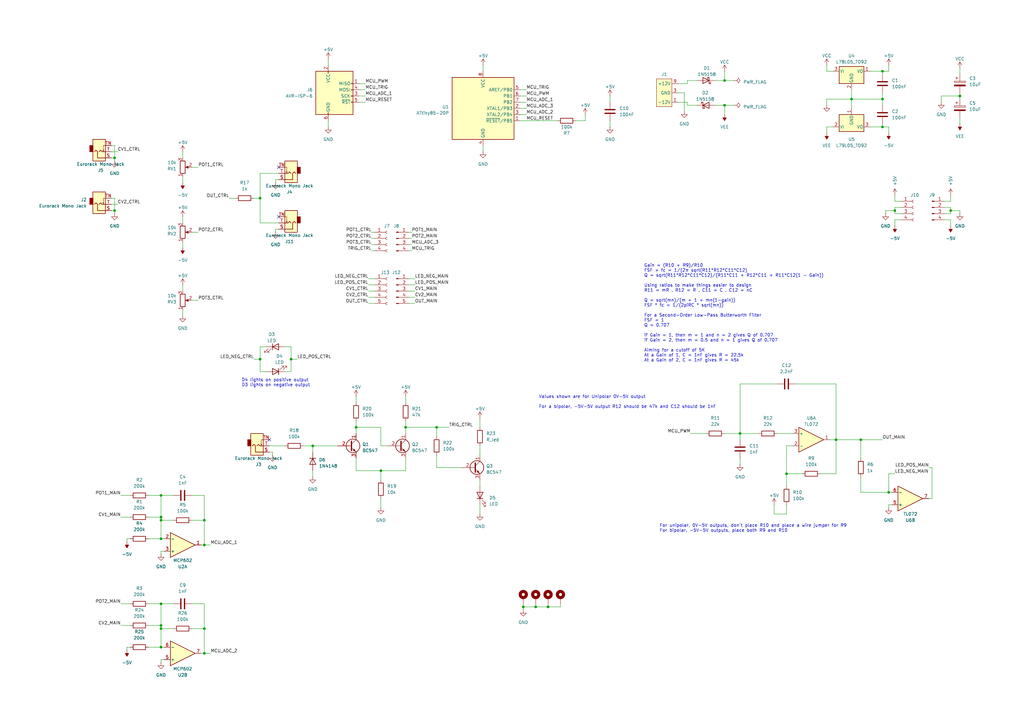
<source format=kicad_sch>
(kicad_sch (version 20231120) (generator "eeschema") (generator_version "8.0")
  (paper "A3")
  (title_block (title "ATTiny Modulator") (date "2024-07-06") (rev "rev03") (company "Bristol Communal Modular") (comment 1 "Based on the JNTUB designed by Ben Reeves") (comment 2 "creativecommons.org/licenses/by/4.0/") (comment 3 "License: CC BY 4.0") (comment 4 "Author: Guy John"))
  (junction (at 156.21 193.04))
  (junction (at 361.95 52.07))
  (junction (at 106.68 147.32))
  (junction (at 364.49 201.93))
  (junction (at 66.04 265.43))
  (junction (at 361.95 40.64))
  (junction (at 66.04 220.98))
  (junction (at 224.79 248.92))
  (junction (at 361.95 29.21))
  (junction (at 66.04 256.54))
  (junction (at 46.99 64.77))
  (junction (at 179.07 175.26))
  (junction (at 66.04 257.81))
  (junction (at 342.9 180.34))
  (junction (at 119.38 147.32))
  (junction (at 66.04 247.65))
  (junction (at 166.37 175.26))
  (junction (at 214.63 248.92))
  (junction (at 219.71 248.92))
  (junction (at 83.82 267.97))
  (junction (at 106.68 81.28))
  (junction (at 322.58 194.31))
  (junction (at 393.7 39.37))
  (junction (at 46.99 86.36))
  (junction (at 297.18 43.18))
  (junction (at 389.89 86.36))
  (junction (at 128.27 182.88))
  (junction (at 146.05 175.26))
  (junction (at 66.04 203.2))
  (junction (at 349.25 40.64))
  (junction (at 83.82 257.81))
  (junction (at 473.71 40.64))
  (junction (at 353.06 180.34))
  (junction (at 303.53 177.8))
  (junction (at 83.82 223.52))
  (junction (at 66.04 212.09))
  (junction (at 66.04 213.36))
  (junction (at 367.03 86.36))
  (junction (at 83.82 213.36))
  (junction (at 297.18 33.02))
  (no_connect (at 114.3 88.9))
  (no_connect (at 114.3 68.58))
  (no_connect (at 110.49 180.34))
  (wire (pts (xy 45.72 59.69) (xy 46.99 59.69)))
  (wire (pts (xy 361.95 40.64) (xy 361.95 43.18)))
  (wire (pts (xy 83.82 257.81) (xy 83.82 267.97)))
  (wire (pts (xy 168.91 100.33) (xy 167.64 100.33)))
  (wire (pts (xy 52.07 265.43) (xy 53.34 265.43)))
  (wire (pts (xy 387.35 85.09) (xy 389.89 85.09)))
  (wire (pts (xy 473.71 40.64) (xy 473.71 41.91)))
  (wire (pts (xy 349.25 36.83) (xy 349.25 40.64)))
  (wire (pts (xy 49.53 203.2) (xy 53.34 203.2)))
  (wire (pts (xy 153.67 121.92) (xy 151.13 121.92)))
  (wire (pts (xy 389.89 90.17) (xy 389.89 92.71)))
  (wire (pts (xy 60.96 212.09) (xy 66.04 212.09)))
  (wire (pts (xy 167.64 119.38) (xy 170.18 119.38)))
  (wire (pts (xy 293.37 33.02) (xy 297.18 33.02)))
  (wire (pts (xy 83.82 203.2) (xy 83.82 213.36)))
  (wire (pts (xy 74.93 99.06) (xy 74.93 101.6)))
  (wire (pts (xy 473.71 49.53) (xy 473.71 52.07)))
  (wire (pts (xy 317.5 210.82) (xy 317.5 207.01)))
  (wire (pts (xy 450.85 49.53) (xy 450.85 52.07)))
  (wire (pts (xy 83.82 247.65) (xy 83.82 257.81)))
  (wire (pts (xy 229.87 247.65) (xy 229.87 248.92)))
  (wire (pts (xy 66.04 257.81) (xy 71.12 257.81)))
  (wire (pts (xy 303.53 157.48) (xy 303.53 177.8)))
  (wire (pts (xy 152.4 100.33) (xy 153.67 100.33)))
  (wire (pts (xy 393.7 39.37) (xy 393.7 40.64)))
  (wire (pts (xy 281.94 34.29) (xy 281.94 33.02)))
  (wire (pts (xy 67.31 220.98) (xy 66.04 220.98)))
  (wire (pts (xy 52.07 220.98) (xy 52.07 222.25)))
  (wire (pts (xy 361.95 29.21) (xy 361.95 30.48)))
  (wire (pts (xy 393.7 86.36) (xy 389.89 86.36)))
  (wire (pts (xy 382.27 204.47) (xy 381 204.47)))
  (wire (pts (xy 146.05 162.56) (xy 146.05 165.1)))
  (wire (pts (xy 179.07 186.69) (xy 179.07 191.77)))
  (wire (pts (xy 278.13 34.29) (xy 281.94 34.29)))
  (wire (pts (xy 167.64 124.46) (xy 170.18 124.46)))
  (wire (pts (xy 60.96 220.98) (xy 66.04 220.98)))
  (wire (pts (xy 213.36 41.91) (xy 215.9 41.91)))
  (wire (pts (xy 353.06 180.34) (xy 353.06 187.96)))
  (wire (pts (xy 490.22 48.26) (xy 490.22 52.07)))
  (wire (pts (xy 325.12 182.88) (xy 322.58 182.88)))
  (wire (pts (xy 386.08 39.37) (xy 393.7 39.37)))
  (wire (pts (xy 45.72 86.36) (xy 46.99 86.36)))
  (wire (pts (xy 393.7 48.26) (xy 393.7 50.8)))
  (wire (pts (xy 153.67 116.84) (xy 151.13 116.84)))
  (wire (pts (xy 78.74 95.25) (xy 81.28 95.25)))
  (wire (pts (xy 213.36 36.83) (xy 215.9 36.83)))
  (wire (pts (xy 49.53 247.65) (xy 53.34 247.65)))
  (wire (pts (xy 166.37 175.26) (xy 166.37 177.8)))
  (wire (pts (xy 67.31 226.06) (xy 66.04 226.06)))
  (wire (pts (xy 213.36 46.99) (xy 215.9 46.99)))
  (wire (pts (xy 342.9 157.48) (xy 342.9 180.34)))
  (wire (pts (xy 106.68 81.28) (xy 106.68 91.44)))
  (wire (pts (xy 367.03 194.31) (xy 364.49 194.31)))
  (wire (pts (xy 389.89 85.09) (xy 389.89 86.36)))
  (wire (pts (xy 52.07 265.43) (xy 52.07 266.7)))
  (wire (pts (xy 45.72 81.28) (xy 46.99 81.28)))
  (wire (pts (xy 74.93 72.39) (xy 74.93 74.93)))
  (wire (pts (xy 78.74 213.36) (xy 83.82 213.36)))
  (wire (pts (xy 106.68 152.4) (xy 109.22 152.4)))
  (wire (pts (xy 45.72 64.77) (xy 46.99 64.77)))
  (wire (pts (xy 71.12 247.65) (xy 66.04 247.65)))
  (wire (pts (xy 328.93 194.31) (xy 322.58 194.31)))
  (wire (pts (xy 364.49 207.01) (xy 364.49 208.28)))
  (wire (pts (xy 303.53 177.8) (xy 311.15 177.8)))
  (wire (pts (xy 353.06 180.34) (xy 361.95 180.34)))
  (wire (pts (xy 156.21 182.88) (xy 156.21 175.26)))
  (wire (pts (xy 167.64 114.3) (xy 170.18 114.3)))
  (wire (pts (xy 113.03 73.66) (xy 113.03 74.93)))
  (wire (pts (xy 71.12 203.2) (xy 66.04 203.2)))
  (wire (pts (xy 167.64 116.84) (xy 170.18 116.84)))
  (wire (pts (xy 46.99 59.69) (xy 46.99 64.77)))
  (wire (pts (xy 106.68 81.28) (xy 106.68 71.12)))
  (wire (pts (xy 322.58 182.88) (xy 322.58 194.31)))
  (wire (pts (xy 490.22 29.21) (xy 490.22 33.02)))
  (wire (pts (xy 106.68 71.12) (xy 114.3 71.12)))
  (wire (pts (xy 303.53 187.96) (xy 303.53 190.5)))
  (wire (pts (xy 66.04 247.65) (xy 66.04 256.54)))
  (wire (pts (xy 66.04 256.54) (xy 66.04 257.81)))
  (wire (pts (xy 213.36 44.45) (xy 215.9 44.45)))
  (wire (pts (xy 153.67 124.46) (xy 151.13 124.46)))
  (wire (pts (xy 104.14 147.32) (xy 106.68 147.32)))
  (wire (pts (xy 342.9 180.34) (xy 340.36 180.34)))
  (wire (pts (xy 339.09 40.64) (xy 349.25 40.64)))
  (wire (pts (xy 146.05 193.04) (xy 156.21 193.04)))
  (wire (pts (xy 364.49 29.21) (xy 361.95 29.21)))
  (wire (pts (xy 339.09 26.67) (xy 339.09 29.21)))
  (wire (pts (xy 436.88 35.56) (xy 436.88 38.1)))
  (wire (pts (xy 119.38 142.24) (xy 119.38 147.32)))
  (wire (pts (xy 147.32 39.37) (xy 149.86 39.37)))
  (wire (pts (xy 318.77 177.8) (xy 325.12 177.8)))
  (wire (pts (xy 336.55 194.31) (xy 342.9 194.31)))
  (wire (pts (xy 393.7 87.63) (xy 393.7 86.36)))
  (wire (pts (xy 364.49 54.61) (xy 364.49 52.07)))
  (wire (pts (xy 83.82 223.52) (xy 82.55 223.52)))
  (wire (pts (xy 179.07 175.26) (xy 179.07 179.07)))
  (wire (pts (xy 364.49 26.67) (xy 364.49 29.21)))
  (wire (pts (xy 364.49 194.31) (xy 364.49 201.93)))
  (wire (pts (xy 339.09 54.61) (xy 339.09 52.07)))
  (wire (pts (xy 166.37 187.96) (xy 166.37 193.04)))
  (wire (pts (xy 74.93 127) (xy 74.93 129.54)))
  (wire (pts (xy 78.74 68.58) (xy 81.28 68.58)))
  (wire (pts (xy 153.67 114.3) (xy 151.13 114.3)))
  (wire (pts (xy 322.58 194.31) (xy 322.58 199.39)))
  (wire (pts (xy 473.71 29.21) (xy 473.71 31.75)))
  (wire (pts (xy 250.19 39.37) (xy 250.19 41.91)))
  (wire (pts (xy 386.08 41.91) (xy 386.08 39.37)))
  (wire (pts (xy 326.39 157.48) (xy 342.9 157.48)))
  (wire (pts (xy 342.9 180.34) (xy 342.9 194.31)))
  (wire (pts (xy 356.87 29.21) (xy 361.95 29.21)))
  (wire (pts (xy 60.96 265.43) (xy 66.04 265.43)))
  (wire (pts (xy 297.18 43.18) (xy 297.18 46.99)))
  (wire (pts (xy 349.25 40.64) (xy 361.95 40.64)))
  (wire (pts (xy 66.04 220.98) (xy 66.04 213.36)))
  (wire (pts (xy 167.64 121.92) (xy 170.18 121.92)))
  (wire (pts (xy 45.72 62.23) (xy 48.26 62.23)))
  (wire (pts (xy 303.53 157.48) (xy 318.77 157.48)))
  (wire (pts (xy 369.57 90.17) (xy 367.03 90.17)))
  (wire (pts (xy 106.68 147.32) (xy 106.68 152.4)))
  (wire (pts (xy 113.03 93.98) (xy 113.03 95.25)))
  (wire (pts (xy 146.05 175.26) (xy 146.05 177.8)))
  (wire (pts (xy 387.35 90.17) (xy 389.89 90.17)))
  (wire (pts (xy 339.09 43.18) (xy 339.09 40.64)))
  (wire (pts (xy 240.03 49.53) (xy 240.03 46.99)))
  (wire (pts (xy 67.31 270.51) (xy 66.04 270.51)))
  (wire (pts (xy 393.7 27.94) (xy 393.7 30.48)))
  (wire (pts (xy 83.82 267.97) (xy 86.36 267.97)))
  (wire (pts (xy 67.31 265.43) (xy 66.04 265.43)))
  (wire (pts (xy 45.72 83.82) (xy 48.26 83.82)))
  (wire (pts (xy 224.79 248.92) (xy 219.71 248.92)))
  (wire (pts (xy 83.82 223.52) (xy 86.36 223.52)))
  (wire (pts (xy 198.12 26.67) (xy 198.12 29.21)))
  (wire (pts (xy 46.99 64.77) (xy 46.99 66.04)))
  (wire (pts (xy 389.89 82.55) (xy 389.89 80.01)))
  (wire (pts (xy 60.96 203.2) (xy 66.04 203.2)))
  (wire (pts (xy 278.13 38.1) (xy 280.67 38.1)))
  (wire (pts (xy 363.22 86.36) (xy 367.03 86.36)))
  (wire (pts (xy 49.53 212.09) (xy 53.34 212.09)))
  (wire (pts (xy 369.57 82.55) (xy 367.03 82.55)))
  (wire (pts (xy 153.67 119.38) (xy 151.13 119.38)))
  (wire (pts (xy 128.27 193.04) (xy 128.27 195.58)))
  (wire (pts (xy 78.74 257.81) (xy 83.82 257.81)))
  (wire (pts (xy 361.95 38.1) (xy 361.95 40.64)))
  (wire (pts (xy 213.36 49.53) (xy 228.6 49.53)))
  (wire (pts (xy 473.71 39.37) (xy 473.71 40.64)))
  (wire (pts (xy 156.21 204.47) (xy 156.21 208.28)))
  (wire (pts (xy 365.76 207.01) (xy 364.49 207.01)))
  (wire (pts (xy 66.04 265.43) (xy 66.04 257.81)))
  (wire (pts (xy 110.49 185.42) (xy 111.76 185.42)))
  (wire (pts (xy 166.37 175.26) (xy 179.07 175.26)))
  (wire (pts (xy 147.32 34.29) (xy 149.86 34.29)))
  (wire (pts (xy 168.91 97.79) (xy 167.64 97.79)))
  (wire (pts (xy 152.4 97.79) (xy 153.67 97.79)))
  (wire (pts (xy 369.57 85.09) (xy 367.03 85.09)))
  (wire (pts (xy 367.03 90.17) (xy 367.03 92.71)))
  (wire (pts (xy 124.46 182.88) (xy 128.27 182.88)))
  (wire (pts (xy 382.27 191.77) (xy 382.27 204.47)))
  (wire (pts (xy 74.93 88.9) (xy 74.93 91.44)))
  (wire (pts (xy 156.21 175.26) (xy 146.05 175.26)))
  (wire (pts (xy 339.09 29.21) (xy 341.63 29.21)))
  (wire (pts (xy 66.04 226.06) (xy 66.04 227.33)))
  (wire (pts (xy 250.19 49.53) (xy 250.19 52.07)))
  (wire (pts (xy 387.35 82.55) (xy 389.89 82.55)))
  (wire (pts (xy 111.76 185.42) (xy 111.76 186.69)))
  (wire (pts (xy 436.88 45.72) (xy 436.88 48.26)))
  (wire (pts (xy 280.67 38.1) (xy 280.67 45.72)))
  (wire (pts (xy 146.05 172.72) (xy 146.05 175.26)))
  (wire (pts (xy 116.84 142.24) (xy 119.38 142.24)))
  (wire (pts (xy 152.4 102.87) (xy 153.67 102.87)))
  (wire (pts (xy 303.53 177.8) (xy 303.53 180.34)))
  (wire (pts (xy 393.7 38.1) (xy 393.7 39.37)))
  (wire (pts (xy 349.25 40.64) (xy 349.25 44.45)))
  (wire (pts (xy 342.9 180.34) (xy 353.06 180.34)))
  (wire (pts (xy 66.04 270.51) (xy 66.04 271.78)))
  (wire (pts (xy 364.49 201.93) (xy 365.76 201.93)))
  (wire (pts (xy 60.96 256.54) (xy 66.04 256.54)))
  (wire (pts (xy 66.04 213.36) (xy 71.12 213.36)))
  (wire (pts (xy 110.49 182.88) (xy 116.84 182.88)))
  (wire (pts (xy 353.06 201.93) (xy 364.49 201.93)))
  (wire (pts (xy 66.04 203.2) (xy 66.04 212.09)))
  (wire (pts (xy 198.12 59.69) (xy 198.12 62.23)))
  (wire (pts (xy 367.03 87.63) (xy 369.57 87.63)))
  (wire (pts (xy 214.63 248.92) (xy 214.63 250.19)))
  (wire (pts (xy 219.71 247.65) (xy 219.71 248.92)))
  (wire (pts (xy 297.18 33.02) (xy 300.99 33.02)))
  (wire (pts (xy 367.03 82.55) (xy 367.03 80.01)))
  (wire (pts (xy 156.21 193.04) (xy 156.21 196.85)))
  (wire (pts (xy 114.3 93.98) (xy 113.03 93.98)))
  (wire (pts (xy 281.94 43.18) (xy 285.75 43.18)))
  (wire (pts (xy 152.4 95.25) (xy 153.67 95.25)))
  (wire (pts (xy 166.37 162.56) (xy 166.37 165.1)))
  (wire (pts (xy 78.74 203.2) (xy 83.82 203.2)))
  (wire (pts (xy 158.75 182.88) (xy 156.21 182.88)))
  (wire (pts (xy 367.03 85.09) (xy 367.03 86.36)))
  (wire (pts (xy 106.68 91.44) (xy 114.3 91.44)))
  (wire (pts (xy 104.14 81.28) (xy 106.68 81.28)))
  (wire (pts (xy 134.62 49.53) (xy 134.62 52.07)))
  (wire (pts (xy 229.87 248.92) (xy 224.79 248.92)))
  (wire (pts (xy 293.37 43.18) (xy 297.18 43.18)))
  (wire (pts (xy 353.06 195.58) (xy 353.06 201.93)))
  (wire (pts (xy 224.79 247.65) (xy 224.79 248.92)))
  (wire (pts (xy 363.22 87.63) (xy 363.22 86.36)))
  (wire (pts (xy 450.85 31.75) (xy 450.85 34.29)))
  (wire (pts (xy 166.37 172.72) (xy 166.37 175.26)))
  (wire (pts (xy 106.68 142.24) (xy 106.68 147.32)))
  (wire (pts (xy 168.91 102.87) (xy 167.64 102.87)))
  (wire (pts (xy 389.89 86.36) (xy 389.89 87.63)))
  (wire (pts (xy 196.85 182.88) (xy 196.85 186.69)))
  (wire (pts (xy 361.95 52.07) (xy 361.95 50.8)))
  (wire (pts (xy 364.49 52.07) (xy 361.95 52.07)))
  (wire (pts (xy 74.93 116.84) (xy 74.93 119.38)))
  (wire (pts (xy 297.18 29.21) (xy 297.18 33.02)))
  (wire (pts (xy 381 191.77) (xy 382.27 191.77)))
  (wire (pts (xy 83.82 267.97) (xy 82.55 267.97)))
  (wire (pts (xy 339.09 52.07) (xy 341.63 52.07)))
  (wire (pts (xy 219.71 248.92) (xy 214.63 248.92)))
  (wire (pts (xy 168.91 95.25) (xy 167.64 95.25)))
  (wire (pts (xy 46.99 81.28) (xy 46.99 86.36)))
  (wire (pts (xy 147.32 41.91) (xy 149.86 41.91)))
  (wire (pts (xy 78.74 123.19) (xy 81.28 123.19)))
  (wire (pts (xy 281.94 41.91) (xy 281.94 43.18)))
  (wire (pts (xy 60.96 247.65) (xy 66.04 247.65)))
  (wire (pts (xy 146.05 187.96) (xy 146.05 193.04)))
  (wire (pts (xy 466.09 43.18) (xy 466.09 40.64)))
  (wire (pts (xy 367.03 86.36) (xy 367.03 87.63)))
  (wire (pts (xy 297.18 43.18) (xy 300.99 43.18)))
  (wire (pts (xy 52.07 220.98) (xy 53.34 220.98)))
  (wire (pts (xy 147.32 36.83) (xy 149.86 36.83)))
  (wire (pts (xy 119.38 152.4) (xy 116.84 152.4)))
  (wire (pts (xy 283.21 177.8) (xy 289.56 177.8)))
  (wire (pts (xy 93.98 81.28) (xy 96.52 81.28)))
  (wire (pts (xy 281.94 33.02) (xy 285.75 33.02)))
  (wire (pts (xy 49.53 256.54) (xy 53.34 256.54)))
  (wire (pts (xy 78.74 247.65) (xy 83.82 247.65)))
  (wire (pts (xy 317.5 210.82) (xy 322.58 210.82)))
  (wire (pts (xy 134.62 24.13) (xy 134.62 26.67)))
  (wire (pts (xy 196.85 171.45) (xy 196.85 175.26)))
  (wire (pts (xy 322.58 207.01) (xy 322.58 210.82)))
  (wire (pts (xy 119.38 147.32) (xy 119.38 152.4)))
  (wire (pts (xy 66.04 212.09) (xy 66.04 213.36)))
  (wire (pts (xy 297.18 177.8) (xy 303.53 177.8)))
  (wire (pts (xy 74.93 62.23) (xy 74.93 64.77)))
  (wire (pts (xy 213.36 39.37) (xy 215.9 39.37)))
  (wire (pts (xy 278.13 41.91) (xy 281.94 41.91)))
  (wire (pts (xy 83.82 213.36) (xy 83.82 223.52)))
  (wire (pts (xy 196.85 196.85) (xy 196.85 199.39)))
  (wire (pts (xy 389.89 87.63) (xy 387.35 87.63)))
  (wire (pts (xy 128.27 182.88) (xy 128.27 185.42)))
  (wire (pts (xy 196.85 207.01) (xy 196.85 210.82)))
  (wire (pts (xy 109.22 142.24) (xy 106.68 142.24)))
  (wire (pts (xy 179.07 191.77) (xy 189.23 191.77)))
  (wire (pts (xy 356.87 52.07) (xy 361.95 52.07)))
  (wire (pts (xy 466.09 40.64) (xy 473.71 40.64)))
  (wire (pts (xy 156.21 193.04) (xy 166.37 193.04)))
  (wire (pts (xy 46.99 86.36) (xy 46.99 87.63)))
  (wire (pts (xy 128.27 182.88) (xy 138.43 182.88)))
  (wire (pts (xy 214.63 247.65) (xy 214.63 248.92)))
  (wire (pts (xy 236.22 49.53) (xy 240.03 49.53)))
  (wire (pts (xy 114.3 73.66) (xy 113.03 73.66)))
  (wire (pts (xy 119.38 147.32) (xy 121.92 147.32)))
  (wire (pts (xy 179.07 175.26) (xy 184.15 175.26)))
  (text "D4 lights on positive output\nD3 lights on negative output" (at 99.06 158.75 0) (effects (font (size 1.27 1.27)) (justify left bottom)))
  (text "For unipolar, 0V-5V outputs, don't place R10 and place a wire jumper for R9\nFor bipolar, -5V-5V outputs, place both R9 and R10" (at 270.51 218.44 0) (effects (font (size 1.27 1.27)) (justify left bottom)))
  (text "Gain = (R10 + R9)/R10\nFSF × fc = 1/(2π sqrt(R11*R12*C11*C12)\nQ = sqrt(R11*R12*C11*C12)/(R11*C11 + R12*C11 + R11*C12(1 − Gain))\n\nUsing ratios to make things easier to design\nR11 = mR , R12 = R , C11 = C , C12 = nC\n\nQ = sqrt(mn)/(m + 1 + mn(1-gain))\nFSF * fc = 1/(2piRC * sqrt(mn))\n\nFor a Second-Order Low-Pass Butterworth Filter\nFSF = 1\nQ = 0.707\n\nif Gain = 1, then m = 1 and n = 2 gives Q of 0.707\nif Gain = 2, then m = 0.5 and n = 1 gives Q of 0.707\n\nAiming for a cutoff of 5K\nAt a Gain of 1, C = 1nF gives R = 22.5k\nAt a Gain of 2, C = 1nF gives R = 45k" (at 264.16 148.59 0) (effects (font (size 1.27 1.27)) (justify left bottom)))
  (text "Values shown are for Unipolar 0V-5V output\n\nFor a bipolar, -5V-5V output R12 should be 47k and C12 should be 1nF" (at 220.98 167.64 0) (effects (font (size 1.27 1.27)) (justify left bottom)))
  (label "POT1_MAIN" (at 49.53 203.2 180))
  (label "POT2_MAIN" (at 49.53 247.65 180))
  (label "MCU_ADC_2" (at 86.36 267.97 0))
  (label "CV2_MAIN" (at 170.18 121.92 0))
  (label "LED_POS_CTRL" (at 151.13 116.84 180))
  (label "POT3_CTRL" (at 152.4 100.33 180))
  (label "MCU_PWM" (at 149.86 34.29 0))
  (label "MCU_PWM" (at 283.21 177.8 180))
  (label "POT1_CTRL" (at 81.28 68.58 0))
  (label "MCU_ADC_2" (at 215.9 46.99 0))
  (label "CV2_MAIN" (at 49.53 256.54 180))
  (label "LED_POS_MAIN" (at 170.18 116.84 0))
  (label "MCU_TRIG" (at 168.91 102.87 0))
  (label "CV2_CTRL" (at 151.13 121.92 180))
  (label "MCU_ADC_1" (at 149.86 39.37 0))
  (label "LED_NEG_MAIN" (at 170.18 114.3 0))
  (label "POT2_CTRL" (at 81.28 95.25 0))
  (label "LED_NEG_CTRL" (at 151.13 114.3 180))
  (label "TRIG_CTRL" (at 184.15 175.26 0))
  (label "POT2_CTRL" (at 152.4 97.79 180))
  (label "TRIG_CTRL" (at 152.4 102.87 180))
  (label "CV1_MAIN" (at 170.18 119.38 0))
  (label "POT3_CTRL" (at 81.28 123.19 0))
  (label "OUT_CTRL" (at 151.13 124.46 180))
  (label "CV1_CTRL" (at 48.26 62.23 0))
  (label "OUT_MAIN" (at 170.18 124.46 0))
  (label "LED_POS_CTRL" (at 121.92 147.32 0))
  (label "OUT_MAIN" (at 361.95 180.34 0))
  (label "MCU_PWM" (at 215.9 39.37 0))
  (label "MCU_ADC_3" (at 168.91 100.33 0))
  (label "MCU_TRIG" (at 149.86 36.83 0))
  (label "CV1_MAIN" (at 49.53 212.09 180))
  (label "MCU_ADC_1" (at 86.36 223.52 0))
  (label "LED_POS_MAIN" (at 381 191.77 180))
  (label "MCU_RESET" (at 215.9 49.53 0))
  (label "CV2_CTRL" (at 48.26 83.82 0))
  (label "POT2_MAIN" (at 168.91 97.79 0))
  (label "MCU_ADC_3" (at 215.9 44.45 0))
  (label "MCU_ADC_1" (at 215.9 41.91 0))
  (label "CV1_CTRL" (at 151.13 119.38 180))
  (label "LED_NEG_CTRL" (at 104.14 147.32 180))
  (label "MCU_RESET" (at 149.86 41.91 0))
  (label "LED_NEG_MAIN" (at 367.03 194.31 0))
  (label "POT1_MAIN" (at 168.91 95.25 0))
  (label "POT1_CTRL" (at 152.4 95.25 180))
  (label "MCU_TRIG" (at 215.9 36.83 0))
  (label "OUT_CTRL" (at 93.98 81.28 180))
  (symbol (lib_id "Standard_Parts:R") (at 100.33 81.28 90) (unit 1)
    (property "Reference" "R17" (at 100.33 74.93 90))
    (property "Value" "1k" (at 100.33 77.47 90))
    (property "Footprint" "Rumblesan_Standard_Parts:R_Axial_DIN0207_L6.3mm_D2.5mm_P10.16mm_Horizontal" (effects (hide yes)))
    (property "Description" "Resistor" (effects (hide yes)))
    (property "Tolerance" "1%" (effects (hide yes)))
    (property "Power" "0.5W" (effects (hide yes)))
    (property "Spec" "metal film" (effects (hide yes)))
  )
  (symbol (lib_id "power:GND") (at 66.04 227.33 0) (unit 1)
    (property "Reference" "#PWR017" (effects (hide yes)))
    (property "Value" "GND" (at 66.04 232.41 0))
    (property "Description" "Power symbol creates a global label with name \"GND\" , ground" (effects (hide yes)))
  )
  (symbol (lib_id "Connector:Conn_01x04_Socket") (at 374.65 85.09 0) (unit 1)
    (property "Reference" "J10" (at 373.38 80.01 0) (effects (justify left)))
    (property "Value" "Conn_01x04_Socket" (effects (hide yes)))
    (property "Footprint" "Connector_PinSocket_2.54mm:PinSocket_1x04_P2.54mm_Vertical" (effects (hide yes)))
  )
  (symbol (lib_id "power:VCC") (at 490.22 29.21 0) (unit 1)
    (property "Reference" "#PWR014" (effects (hide yes)))
    (property "Value" "VCC" (at 490.22 25.4 0))
    (property "Description" "Power symbol creates a global label with name \"VCC\"" (effects (hide yes)))
  )
  (symbol (lib_id "Connector:Conn_01x04_Pin") (at 162.56 97.79 0) (unit 1)
    (property "Reference" "J8" (at 162.56 92.71 0))
    (property "Value" "Conn_01x04_Pin" (effects (hide yes)))
    (property "Footprint" "Connector_PinHeader_2.54mm:PinHeader_1x04_P2.54mm_Vertical" (effects (hide yes)))
  )
  (symbol (lib_id "Standard_Parts:R") (at 293.37 177.8 270) (unit 1)
    (property "Reference" "R11" (at 293.37 171.45 90))
    (property "Value" "22k" (at 293.37 173.99 90))
    (property "Footprint" "Rumblesan_Standard_Parts:R_Axial_DIN0207_L6.3mm_D2.5mm_P10.16mm_Horizontal" (effects (hide yes)))
    (property "Description" "Resistor" (effects (hide yes)))
    (property "Tolerance" "1%" (effects (hide yes)))
    (property "Power" "0.5W" (effects (hide yes)))
    (property "Spec" "metal film" (effects (hide yes)))
  )
  (symbol (lib_id "power:PWR_FLAG") (at 300.99 33.02 270) (unit 1)
    (property "Reference" "#FLG01" (effects (hide yes)))
    (property "Value" "PWR_FLAG" (at 304.8 33.655 90) (effects (justify left)))
    (property "Description" "Special symbol for telling ERC where power comes from" (effects (hide yes)))
  )
  (symbol (lib_id "Standard_Parts:R") (at 57.15 203.2 90) (unit 1)
    (property "Reference" "R2" (at 57.15 196.85 90))
    (property "Value" "200k" (at 57.15 199.39 90))
    (property "Footprint" "Rumblesan_Standard_Parts:R_Axial_DIN0207_L6.3mm_D2.5mm_P10.16mm_Horizontal" (effects (hide yes)))
    (property "Description" "Resistor" (effects (hide yes)))
    (property "Tolerance" "1%" (effects (hide yes)))
    (property "Power" "0.5W" (effects (hide yes)))
    (property "Spec" "metal film" (effects (hide yes)))
  )
  (symbol (lib_id "Transistor_BJT:BC547") (at 163.83 182.88 0) (unit 1)
    (property "Reference" "Q2" (at 168.91 182.245 0) (effects (justify left)))
    (property "Value" "BC547" (at 168.91 184.785 0) (effects (justify left)))
    (property "Footprint" "Package_TO_SOT_THT:TO-92_Inline_Wide" (effects (hide yes)))
    (property "Datasheet" "https://www.onsemi.com/pub/Collateral/BC550-D.pdf" (effects (hide yes)))
  )
  (symbol (lib_id "Amplifier_Operational:TL072") (at 373.38 204.47 0) (mirror x) (unit 2)
    (property "Reference" "U6" (at 373.38 213.36 0))
    (property "Value" "TL072" (at 373.38 210.82 0))
    (property "Footprint" "Package_DIP:DIP-8_W7.62mm_Socket" (effects (hide yes)))
    (property "Datasheet" "http://www.ti.com/lit/ds/symlink/tl071.pdf" (effects (hide yes)))
  )
  (symbol (lib_id "Standard_Parts:C") (at 361.95 34.29 0) (unit 1)
    (property "Reference" "C1" (at 365.76 33.0199 0) (effects (justify left)))
    (property "Value" "100nF" (at 365.76 35.5599 0) (effects (justify left)))
    (property "Footprint" "Rumblesan_Standard_Parts:C_Rect_L7.0mm_W2.5mm_P5.00mm" (effects (hide yes)))
    (property "Description" "Unpolarized capacitor" (effects (hide yes)))
    (property "Spec" "ceramic C0G" (effects (hide yes)))
    (property "Tolerance" "5%" (effects (hide yes)))
  )
  (symbol (lib_id "power:GND") (at 198.12 62.23 0) (unit 1)
    (property "Reference" "#PWR040" (effects (hide yes)))
    (property "Value" "GND" (at 198.12 67.31 0))
    (property "Description" "Power symbol creates a global label with name \"GND\" , ground" (effects (hide yes)))
  )
  (symbol (lib_id "power:+5V") (at 250.19 39.37 0) (unit 1)
    (property "Reference" "#PWR035" (effects (hide yes)))
    (property "Value" "+5V" (at 250.19 35.56 0))
    (property "Description" "Power symbol creates a global label with name \"+5V\"" (effects (hide yes)))
  )
  (symbol (lib_id "Standard_Parts:R") (at 196.85 179.07 0) (unit 1)
    (property "Reference" "R23" (at 199.39 177.7999 0) (effects (justify left)))
    (property "Value" "R_led" (at 199.39 180.3399 0) (effects (justify left)))
    (property "Footprint" "Rumblesan_Standard_Parts:R_Axial_DIN0207_L6.3mm_D2.5mm_P10.16mm_Horizontal" (effects (hide yes)))
    (property "Description" "Resistor" (effects (hide yes)))
    (property "Tolerance" "1%" (effects (hide yes)))
    (property "Power" "0.5W" (effects (hide yes)))
    (property "Spec" "metal film" (effects (hide yes)))
  )
  (symbol (lib_id "Amplifier_Operational:TL072") (at 332.74 180.34 0) (unit 1)
    (property "Reference" "U6" (at 332.74 171.45 0))
    (property "Value" "TL072" (at 332.74 173.99 0))
    (property "Footprint" "Package_DIP:DIP-8_W7.62mm_Socket" (effects (hide yes)))
    (property "Datasheet" "http://www.ti.com/lit/ds/symlink/tl071.pdf" (effects (hide yes)))
  )
  (symbol (lib_id "Standard_Parts:R") (at 314.96 177.8 90) (unit 1)
    (property "Reference" "R12" (at 314.96 171.45 90))
    (property "Value" "22k" (at 314.96 173.99 90))
    (property "Footprint" "Rumblesan_Standard_Parts:R_Axial_DIN0207_L6.3mm_D2.5mm_P10.16mm_Horizontal" (effects (hide yes)))
    (property "Description" "Resistor" (effects (hide yes)))
    (property "Tolerance" "1%" (effects (hide yes)))
    (property "Power" "0.5W" (effects (hide yes)))
    (property "Spec" "metal film" (effects (hide yes)))
  )
  (symbol (lib_id "Standard_Parts:C") (at 361.95 46.99 0) (unit 1)
    (property "Reference" "C2" (at 365.76 45.7199 0) (effects (justify left)))
    (property "Value" "100nF" (at 365.76 48.2599 0) (effects (justify left)))
    (property "Footprint" "Rumblesan_Standard_Parts:C_Rect_L7.0mm_W2.5mm_P5.00mm" (effects (hide yes)))
    (property "Description" "Unpolarized capacitor" (effects (hide yes)))
    (property "Spec" "ceramic C0G" (effects (hide yes)))
    (property "Tolerance" "5%" (effects (hide yes)))
  )
  (symbol (lib_id "power:GND") (at 450.85 52.07 0) (unit 1)
    (property "Reference" "#PWR030" (effects (hide yes)))
    (property "Value" "GND" (at 450.85 57.15 0))
    (property "Description" "Power symbol creates a global label with name \"GND\" , ground" (effects (hide yes)))
  )
  (symbol (lib_id "Connector:AVR-ISP-6") (at 137.16 39.37 0) (unit 1)
    (property "Reference" "J6" (at 128.27 36.8299 0) (effects (justify right)))
    (property "Value" "AVR-ISP-6" (at 128.27 39.3699 0) (effects (justify right)))
    (property "Footprint" "Connector_PinHeader_2.54mm:PinHeader_2x03_P2.54mm_Vertical" (effects (hide yes)))
    (property "Description" "Atmel 6-pin ISP connector" (effects (hide yes)))
  )
  (symbol (lib_id "power:+5V") (at 436.88 35.56 0) (unit 1)
    (property "Reference" "#PWR032" (effects (hide yes)))
    (property "Value" "+5V" (at 436.88 31.75 0))
    (property "Description" "Power symbol creates a global label with name \"+5V\"" (effects (hide yes)))
  )
  (symbol (lib_id "power:+5V") (at 74.93 62.23 0) (unit 1)
    (property "Reference" "#PWR018" (effects (hide yes)))
    (property "Value" "+5V" (at 74.93 58.42 0))
    (property "Description" "Power symbol creates a global label with name \"+5V\"" (effects (hide yes)))
  )
  (symbol (lib_id "Standard_Parts:C") (at 473.71 35.56 0) (unit 1)
    (property "Reference" "C7" (at 477.52 34.2899 0) (effects (justify left)))
    (property "Value" "100nF" (at 477.52 36.8299 0) (effects (justify left)))
    (property "Footprint" "Rumblesan_Standard_Parts:C_Rect_L7.0mm_W2.5mm_P5.00mm" (effects (hide yes)))
    (property "Description" "Unpolarized capacitor" (effects (hide yes)))
    (property "Spec" "ceramic C0G" (effects (hide yes)))
    (property "Tolerance" "5%" (effects (hide yes)))
  )
  (symbol (lib_id "Standard_Parts:C") (at 436.88 41.91 0) (unit 1)
    (property "Reference" "C6" (at 440.69 40.6399 0) (effects (justify left)))
    (property "Value" "100nF" (at 440.69 43.1799 0) (effects (justify left)))
    (property "Footprint" "Rumblesan_Standard_Parts:C_Rect_L7.0mm_W2.5mm_P5.00mm" (effects (hide yes)))
    (property "Description" "Unpolarized capacitor" (effects (hide yes)))
    (property "Spec" "ceramic C0G" (effects (hide yes)))
    (property "Tolerance" "5%" (effects (hide yes)))
  )
  (symbol (lib_id "power:GND") (at 74.93 129.54 0) (unit 1)
    (property "Reference" "#PWR012" (effects (hide yes)))
    (property "Value" "GND" (at 74.93 134.62 0))
    (property "Description" "Power symbol creates a global label with name \"GND\" , ground" (effects (hide yes)))
  )
  (symbol (lib_id "Standard_Parts:R") (at 332.74 194.31 90) (unit 1)
    (property "Reference" "R9" (at 332.74 187.96 90))
    (property "Value" "100k" (at 332.74 190.5 90))
    (property "Footprint" "Rumblesan_Standard_Parts:R_Axial_DIN0207_L6.3mm_D2.5mm_P10.16mm_Horizontal" (effects (hide yes)))
    (property "Description" "Resistor" (effects (hide yes)))
    (property "Tolerance" "1%" (effects (hide yes)))
    (property "Power" "0.5W" (effects (hide yes)))
    (property "Spec" "metal film" (effects (hide yes)))
  )
  (symbol (lib_id "Standard_Parts:R_Potentiometer") (at 74.93 95.25 0) (mirror x) (unit 1)
    (property "Reference" "RV2" (at 72.39 95.885 0) (effects (justify right)))
    (property "Value" "10k" (at 72.39 93.345 0) (effects (justify right)))
    (property "Footprint" "Rumblesan_Potentiometer_THT:Potentiometer_Alpha_RD901F-40-00D_Single_Vertical" (effects (hide yes)))
    (property "Datasheet" "http://www.taiwanalpha.com/downloads?target=products&id=113" (effects (hide yes)))
    (property "Description" "Potentiometer" (effects (hide yes)))
  )
  (symbol (lib_id "Regulator_Linear:L78L05_TO92") (at 349.25 29.21 0) (unit 1)
    (property "Reference" "U4" (at 349.25 22.86 0))
    (property "Value" "L78L05_TO92" (at 349.25 25.4 0))
    (property "Footprint" "Package_TO_SOT_THT:TO-92_Inline_Wide" (effects (hide yes)))
    (property "Datasheet" "http://www.st.com/content/ccc/resource/technical/document/datasheet/15/55/e5/aa/23/5b/43/fd/CD00000446.pdf/files/CD00000446.pdf/jcr:content/translations/en.CD00000446.pdf" (effects (hide yes)))
  )
  (symbol (lib_id "power:GND") (at 46.99 87.63 0) (unit 1)
    (property "Reference" "#PWR025" (effects (hide yes)))
    (property "Value" "GND" (at 46.99 92.71 0))
    (property "Description" "Power symbol creates a global label with name \"GND\" , ground" (effects (hide yes)))
  )
  (symbol (lib_id "power:GND") (at 111.76 186.69 0) (unit 1)
    (property "Reference" "#PWR024" (effects (hide yes)))
    (property "Value" "GND" (at 111.76 191.77 0))
    (property "Description" "Power symbol creates a global label with name \"GND\" , ground" (effects (hide yes)))
  )
  (symbol (lib_id "power:-5V") (at 364.49 54.61 180) (unit 1)
    (property "Reference" "#PWR08" (effects (hide yes)))
    (property "Value" "-5V" (at 364.49 59.69 0))
    (property "Description" "Power symbol creates a global label with name \"-5V\"" (effects (hide yes)))
  )
  (symbol (lib_id "power:-5V") (at 74.93 101.6 180) (unit 1)
    (property "Reference" "#PWR021" (effects (hide yes)))
    (property "Value" "-5V" (at 74.93 106.68 0))
    (property "Description" "Power symbol creates a global label with name \"-5V\"" (effects (hide yes)))
  )
  (symbol (lib_id "power:VEE") (at 297.18 46.99 180) (unit 1)
    (property "Reference" "#PWR03" (effects (hide yes)))
    (property "Value" "VEE" (at 297.18 52.07 0))
    (property "Description" "Power symbol creates a global label with name \"VEE\"" (effects (hide yes)))
  )
  (symbol (lib_id "Standard_Parts:R_Potentiometer") (at 74.93 68.58 0) (mirror x) (unit 1)
    (property "Reference" "RV1" (at 72.39 69.215 0) (effects (justify right)))
    (property "Value" "10k" (at 72.39 66.675 0) (effects (justify right)))
    (property "Footprint" "Rumblesan_Potentiometer_THT:Potentiometer_Alpha_RD901F-40-00D_Single_Vertical" (effects (hide yes)))
    (property "Datasheet" "http://www.taiwanalpha.com/downloads?target=products&id=113" (effects (hide yes)))
    (property "Description" "Potentiometer" (effects (hide yes)))
  )
  (symbol (lib_id "Standard_Parts:C") (at 473.71 45.72 0) (unit 1)
    (property "Reference" "C8" (at 477.52 44.4499 0) (effects (justify left)))
    (property "Value" "100nF" (at 477.52 46.9899 0) (effects (justify left)))
    (property "Footprint" "Rumblesan_Standard_Parts:C_Rect_L7.0mm_W2.5mm_P5.00mm" (effects (hide yes)))
    (property "Description" "Unpolarized capacitor" (effects (hide yes)))
    (property "Spec" "ceramic C0G" (effects (hide yes)))
    (property "Tolerance" "5%" (effects (hide yes)))
  )
  (symbol (lib_id "power:GND") (at 250.19 52.07 0) (unit 1)
    (property "Reference" "#PWR044" (effects (hide yes)))
    (property "Value" "GND" (at 250.19 57.15 0))
    (property "Description" "Power symbol creates a global label with name \"GND\" , ground" (effects (hide yes)))
  )
  (symbol (lib_id "power:+5V") (at 450.85 31.75 0) (unit 1)
    (property "Reference" "#PWR031" (effects (hide yes)))
    (property "Value" "+5V" (at 450.85 27.94 0))
    (property "Description" "Power symbol creates a global label with name \"+5V\"" (effects (hide yes)))
  )
  (symbol (lib_id "power:+5V") (at 198.12 26.67 0) (unit 1)
    (property "Reference" "#PWR039" (effects (hide yes)))
    (property "Value" "+5V" (at 198.12 22.86 0))
    (property "Description" "Power symbol creates a global label with name \"+5V\"" (effects (hide yes)))
  )
  (symbol (lib_id "power:GND") (at 128.27 195.58 0) (unit 1)
    (property "Reference" "#PWR048" (effects (hide yes)))
    (property "Value" "GND" (at 128.27 200.66 0))
    (property "Description" "Power symbol creates a global label with name \"GND\" , ground" (effects (hide yes)))
  )
  (symbol (lib_id "Standard_Parts:C") (at 74.93 203.2 90) (unit 1)
    (property "Reference" "C4" (at 74.93 195.58 90))
    (property "Value" "1nF" (at 74.93 198.12 90))
    (property "Footprint" "Rumblesan_Standard_Parts:C_Rect_L7.0mm_W2.5mm_P5.00mm" (effects (hide yes)))
    (property "Description" "Unpolarized capacitor" (effects (hide yes)))
    (property "Spec" "ceramic C0G" (effects (hide yes)))
    (property "Tolerance" "5%" (effects (hide yes)))
  )
  (symbol (lib_id "Standard_Parts:R") (at 322.58 203.2 180) (unit 1)
    (property "Reference" "R10" (at 325.12 201.9299 0) (effects (justify right)))
    (property "Value" "100k" (at 325.12 204.4699 0) (effects (justify right)))
    (property "Footprint" "Rumblesan_Standard_Parts:R_Axial_DIN0207_L6.3mm_D2.5mm_P10.16mm_Horizontal" (effects (hide yes)))
    (property "Description" "Resistor" (effects (hide yes)))
    (property "Tolerance" "1%" (effects (hide yes)))
    (property "Power" "0.5W" (effects (hide yes)))
    (property "Spec" "metal film" (effects (hide yes)))
  )
  (symbol (lib_id "Standard_Parts:R_Potentiometer") (at 74.93 123.19 0) (mirror x) (unit 1)
    (property "Reference" "RV3" (at 72.39 123.825 0) (effects (justify right)))
    (property "Value" "10k" (at 72.39 121.285 0) (effects (justify right)))
    (property "Footprint" "Rumblesan_Potentiometer_THT:Potentiometer_Alpha_RD901F-40-00D_Single_Vertical" (effects (hide yes)))
    (property "Datasheet" "http://www.taiwanalpha.com/downloads?target=products&id=113" (effects (hide yes)))
    (property "Description" "Potentiometer" (effects (hide yes)))
  )
  (symbol (lib_id "power:GND") (at 66.04 271.78 0) (unit 1)
    (property "Reference" "#PWR060" (effects (hide yes)))
    (property "Value" "GND" (at 66.04 276.86 0))
    (property "Description" "Power symbol creates a global label with name \"GND\" , ground" (effects (hide yes)))
  )
  (symbol (lib_id "power:+5V") (at 146.05 162.56 0) (unit 1)
    (property "Reference" "#PWR049" (effects (hide yes)))
    (property "Value" "+5V" (at 146.05 158.75 0))
    (property "Description" "Power symbol creates a global label with name \"+5V\"" (effects (hide yes)))
  )
  (symbol (lib_id "Standard_Parts:C") (at 250.19 45.72 0) (unit 1)
    (property "Reference" "C10" (at 254 44.4499 0) (effects (justify left)))
    (property "Value" "100nF" (at 254 46.9899 0) (effects (justify left)))
    (property "Footprint" "Rumblesan_Standard_Parts:C_Rect_L7.0mm_W2.5mm_P5.00mm" (effects (hide yes)))
    (property "Description" "Unpolarized capacitor" (effects (hide yes)))
    (property "Spec" "ceramic C0G" (effects (hide yes)))
    (property "Tolerance" "5%" (effects (hide yes)))
  )
  (symbol (lib_id "Amplifier_Operational:TL072") (at 492.76 40.64 0) (unit 3)
    (property "Reference" "U6" (at 491.49 40.005 0) (effects (justify left)))
    (property "Value" "TL072" (at 491.49 42.545 0) (effects (justify left)))
    (property "Footprint" "Package_DIP:DIP-8_W7.62mm_Socket" (effects (hide yes)))
    (property "Datasheet" "http://www.ti.com/lit/ds/symlink/tl071.pdf" (effects (hide yes)))
  )
  (symbol (lib_id "power:GND") (at 363.22 87.63 0) (unit 1)
    (property "Reference" "#PWR057" (effects (hide yes)))
    (property "Value" "GND" (at 363.22 92.71 0))
    (property "Description" "Power symbol creates a global label with name \"GND\" , ground" (effects (hide yes)))
  )
  (symbol (lib_id "power:+5V") (at 389.89 80.01 0) (unit 1)
    (property "Reference" "#PWR055" (effects (hide yes)))
    (property "Value" "+5V" (at 389.89 76.2 90) (effects (justify left)))
    (property "Description" "Power symbol creates a global label with name \"+5V\"" (effects (hide yes)))
  )
  (symbol (lib_id "power:-5V") (at 74.93 74.93 180) (unit 1)
    (property "Reference" "#PWR059" (effects (hide yes)))
    (property "Value" "-5V" (at 74.93 80.01 0))
    (property "Description" "Power symbol creates a global label with name \"-5V\"" (effects (hide yes)))
  )
  (symbol (lib_id "power:GND") (at 393.7 87.63 0) (unit 1)
    (property "Reference" "#PWR058" (effects (hide yes)))
    (property "Value" "GND" (at 393.7 92.71 0))
    (property "Description" "Power symbol creates a global label with name \"GND\" , ground" (effects (hide yes)))
  )
  (symbol (lib_id "power:VEE") (at 339.09 54.61 180) (unit 1)
    (property "Reference" "#PWR06" (effects (hide yes)))
    (property "Value" "VEE" (at 339.09 59.69 0))
    (property "Description" "Power symbol creates a global label with name \"VEE\"" (effects (hide yes)))
  )
  (symbol (lib_id "Device:LED") (at 113.03 142.24 0) (unit 1)
    (property "Reference" "D3" (at 111.4425 137.16 0))
    (property "Value" "LED" (at 111.4425 139.7 0))
    (property "Footprint" "LED_THT:LED_D1.8mm_W3.3mm_H2.4mm" (effects (hide yes)))
  )
  (symbol (lib_id "Connector:Conn_01x05_Socket") (at 158.75 119.38 0) (unit 1)
    (property "Reference" "J13" (at 156.21 111.76 0) (effects (justify left)))
    (property "Value" "Conn_01x05_Socket" (effects (hide yes)))
    (property "Footprint" "Connector_PinSocket_2.54mm:PinSocket_1x05_P2.54mm_Vertical" (effects (hide yes)))
  )
  (symbol (lib_id "Standard_Parts:C_Polarized") (at 393.7 44.45 0) (unit 1)
    (property "Reference" "C5" (at 397.51 42.2909 0) (effects (justify left)))
    (property "Value" "10uF" (at 397.51 44.8309 0) (effects (justify left)))
    (property "Footprint" "Rumblesan_Standard_Parts:CP_Radial_D5.0mm_P2.00mm" (effects (hide yes)))
    (property "Description" "Polarized capacitor" (effects (hide yes)))
    (property "Spec" "electrolytic" (effects (hide yes)))
    (property "Tolerance" "20%" (effects (hide yes)))
    (property "Voltage" "50v" (effects (hide yes)))
  )
  (symbol (lib_id "power:+5V") (at 240.03 46.99 0) (unit 1)
    (property "Reference" "#PWR015" (effects (hide yes)))
    (property "Value" "+5V" (at 240.03 43.18 0))
    (property "Description" "Power symbol creates a global label with name \"+5V\"" (effects (hide yes)))
  )
  (symbol (lib_id "Connector_Audio:AudioJack2_SwitchT") (at 40.64 62.23 0) (mirror x) (unit 1)
    (property "Reference" "J5" (at 41.275 69.85 0))
    (property "Value" "Eurorack Mono Jack" (at 41.275 67.31 0))
    (property "Footprint" "Rumblesan_Audio_Connectors:Jack_3.5mm_QingPu_WQP-PJ398SM_Vertical" (effects (hide yes)))
    (property "Description" "Audio Jack, 2 Poles (Mono / TS), Switched T Pole (Normalling)" (effects (hide yes)))
    (property "mpn" "WQP-WQP518MA" (effects (hide yes)))
  )
  (symbol (lib_id "power:+5V") (at 166.37 162.56 0) (unit 1)
    (property "Reference" "#PWR050" (effects (hide yes)))
    (property "Value" "+5V" (at 166.37 158.75 0))
    (property "Description" "Power symbol creates a global label with name \"+5V\"" (effects (hide yes)))
  )
  (symbol (lib_id "power:VCC") (at 473.71 29.21 0) (unit 1)
    (property "Reference" "#PWR037" (effects (hide yes)))
    (property "Value" "VCC" (at 473.71 25.4 0))
    (property "Description" "Power symbol creates a global label with name \"VCC\"" (effects (hide yes)))
  )
  (symbol (lib_id "power:GND") (at 134.62 52.07 0) (unit 1)
    (property "Reference" "#PWR041" (effects (hide yes)))
    (property "Value" "GND" (at 134.62 57.15 0))
    (property "Description" "Power symbol creates a global label with name \"GND\" , ground" (effects (hide yes)))
  )
  (symbol (lib_id "power:GND") (at 46.99 66.04 0) (unit 1)
    (property "Reference" "#PWR026" (effects (hide yes)))
    (property "Value" "GND" (at 46.99 71.12 0))
    (property "Description" "Power symbol creates a global label with name \"GND\" , ground" (effects (hide yes)))
  )
  (symbol (lib_id "Device:D") (at 128.27 189.23 270) (unit 1)
    (property "Reference" "D6" (at 130.81 188.595 90) (effects (justify left)))
    (property "Value" "1N4148" (at 130.81 191.135 90) (effects (justify left)))
    (property "Footprint" "Rumblesan_Standard_Parts:D_DO-35_SOD27_P7.62mm_Horizontal" (effects (hide yes)))
    (property "Sim.Device" "D" (effects (hide yes)))
    (property "Sim.Pins" "1=K 2=A" (effects (hide yes)))
  )
  (symbol (lib_id "power:GND") (at 280.67 45.72 0) (unit 1)
    (property "Reference" "#PWR01" (effects (hide yes)))
    (property "Value" "GND" (at 280.67 50.8 0))
    (property "Description" "Power symbol creates a global label with name \"GND\" , ground" (effects (hide yes)))
  )
  (symbol (lib_id "power:GND") (at 196.85 210.82 0) (unit 1)
    (property "Reference" "#PWR011" (effects (hide yes)))
    (property "Value" "GND" (at 196.85 215.9 0))
    (property "Description" "Power symbol creates a global label with name \"GND\" , ground" (effects (hide yes)))
  )
  (symbol (lib_id "power:+5V") (at 364.49 26.67 0) (unit 1)
    (property "Reference" "#PWR07" (effects (hide yes)))
    (property "Value" "+5V" (at 364.49 22.86 0))
    (property "Description" "Power symbol creates a global label with name \"+5V\"" (effects (hide yes)))
  )
  (symbol (lib_id "Transistor_BJT:BC547") (at 143.51 182.88 0) (unit 1)
    (property "Reference" "Q1" (at 148.59 182.245 0) (effects (justify left)))
    (property "Value" "BC547" (at 148.59 184.785 0) (effects (justify left)))
    (property "Footprint" "Package_TO_SOT_THT:TO-92_Inline_Wide" (effects (hide yes)))
    (property "Datasheet" "https://www.onsemi.com/pub/Collateral/BC550-D.pdf" (effects (hide yes)))
  )
  (symbol (lib_id "power:+5V") (at 134.62 24.13 0) (unit 1)
    (property "Reference" "#PWR042" (effects (hide yes)))
    (property "Value" "+5V" (at 134.62 20.32 0))
    (property "Description" "Power symbol creates a global label with name \"+5V\"" (effects (hide yes)))
  )
  (symbol (lib_id "Device:LED") (at 113.03 152.4 180) (unit 1)
    (property "Reference" "D4" (at 114.6175 146.05 0))
    (property "Value" "LED" (at 114.6175 148.59 0))
    (property "Footprint" "LED_THT:LED_D1.8mm_W3.3mm_H2.4mm" (effects (hide yes)))
  )
  (symbol (lib_id "Mechanical:MountingHole_Pad") (at 229.87 245.11 0) (unit 1) (in_bom no)
    (property "Reference" "H4" (effects (hide yes)))
    (property "Value" "MountingHole_Pad" (effects (hide yes)))
    (property "Footprint" "MountingHole:MountingHole_3.2mm_M3_DIN965_Pad" (effects (hide yes)))
  )
  (symbol (lib_id "power:-5V") (at 389.89 92.71 180) (unit 1)
    (property "Reference" "#PWR056" (effects (hide yes)))
    (property "Value" "-5V" (at 389.89 97.79 0))
    (property "Description" "Power symbol creates a global label with name \"-5V\"" (effects (hide yes)))
  )
  (symbol (lib_id "Amplifier_Operational:MCP602") (at 74.93 223.52 0) (mirror x) (unit 1)
    (property "Reference" "U2" (at 74.93 232.41 0))
    (property "Value" "MCP602" (at 74.93 229.87 0))
    (property "Footprint" "Package_DIP:DIP-8_W7.62mm_Socket" (effects (hide yes)))
    (property "Datasheet" "http://ww1.microchip.com/downloads/en/DeviceDoc/21314g.pdf" (effects (hide yes)))
  )
  (symbol (lib_id "Connector_Audio:AudioJack2_SwitchT") (at 40.64 83.82 0) (mirror x) (unit 1)
    (property "Reference" "J2" (at 35.56 81.9149 0) (effects (justify right)))
    (property "Value" "Eurorack Mono Jack" (at 35.56 84.4549 0) (effects (justify right)))
    (property "Footprint" "Rumblesan_Audio_Connectors:Jack_3.5mm_QingPu_WQP-PJ398SM_Vertical" (effects (hide yes)))
    (property "Description" "Audio Jack, 2 Poles (Mono / TS), Switched T Pole (Normalling)" (effects (hide yes)))
    (property "mpn" "WQP-WQP518MA" (effects (hide yes)))
  )
  (symbol (lib_id "power:VEE") (at 490.22 52.07 180) (unit 1)
    (property "Reference" "#PWR034" (effects (hide yes)))
    (property "Value" "VEE" (at 490.22 57.15 0))
    (property "Description" "Power symbol creates a global label with name \"VEE\"" (effects (hide yes)))
  )
  (symbol (lib_id "Standard_Parts:R") (at 57.15 247.65 90) (unit 1)
    (property "Reference" "R3" (at 57.15 241.3 90))
    (property "Value" "200k" (at 57.15 243.84 90))
    (property "Footprint" "Rumblesan_Standard_Parts:R_Axial_DIN0207_L6.3mm_D2.5mm_P10.16mm_Horizontal" (effects (hide yes)))
    (property "Description" "Resistor" (effects (hide yes)))
    (property "Tolerance" "1%" (effects (hide yes)))
    (property "Power" "0.5W" (effects (hide yes)))
    (property "Spec" "metal film" (effects (hide yes)))
  )
  (symbol (lib_id "Standard_Parts:R") (at 57.15 256.54 90) (unit 1)
    (property "Reference" "R24" (at 57.15 250.19 90))
    (property "Value" "200k" (at 57.15 252.73 90))
    (property "Footprint" "Rumblesan_Standard_Parts:R_Axial_DIN0207_L6.3mm_D2.5mm_P10.16mm_Horizontal" (effects (hide yes)))
    (property "Description" "Resistor" (effects (hide yes)))
    (property "Tolerance" "1%" (effects (hide yes)))
    (property "Power" "0.5W" (effects (hide yes)))
    (property "Spec" "metal film" (effects (hide yes)))
  )
  (symbol (lib_id "power:GND") (at 303.53 190.5 0) (unit 1)
    (property "Reference" "#PWR028" (effects (hide yes)))
    (property "Value" "GND" (at 303.53 195.58 0))
    (property "Description" "Power symbol creates a global label with name \"GND\" , ground" (effects (hide yes)))
  )
  (symbol (lib_id "Device:D_Schottky") (at 289.56 33.02 180) (unit 1)
    (property "Reference" "D1" (at 289.8775 27.94 0))
    (property "Value" "1N5158" (at 289.8775 30.48 0))
    (property "Footprint" "Rumblesan_Standard_Parts:D_DO-41_SOD81_P10.16mm_Horizontal" (effects (hide yes)))
  )
  (symbol (lib_id "power:PWR_FLAG") (at 300.99 43.18 270) (unit 1)
    (property "Reference" "#FLG02" (effects (hide yes)))
    (property "Value" "PWR_FLAG" (at 304.8 43.815 90) (effects (justify left)))
    (property "Description" "Special symbol for telling ERC where power comes from" (effects (hide yes)))
  )
  (symbol (lib_id "power:+5V") (at 74.93 116.84 0) (unit 1)
    (property "Reference" "#PWR020" (effects (hide yes)))
    (property "Value" "+5V" (at 74.93 113.03 0))
    (property "Description" "Power symbol creates a global label with name \"+5V\"" (effects (hide yes)))
  )
  (symbol (lib_id "Rumblesan_Eurorack_Power:Eurorack Power Small") (at 271.78 38.1 0) (unit 1)
    (property "Reference" "J1" (at 272.415 30.48 0))
    (property "Value" "Eurorack Power Small" (effects (hide yes)))
    (property "Footprint" "Rumblesan_Eurorack_Power:Eurorack_PowerHeader_2x05_P2.54mm_Shrouded" (effects (hide yes)))
  )
  (symbol (lib_id "power:GND") (at 113.03 95.25 0) (unit 1)
    (property "Reference" "#PWR052" (effects (hide yes)))
    (property "Value" "GND" (at 113.03 100.33 0))
    (property "Description" "Power symbol creates a global label with name \"GND\" , ground" (effects (hide yes)))
  )
  (symbol (lib_id "Connector:Conn_01x04_Pin") (at 382.27 85.09 0) (unit 1)
    (property "Reference" "J9" (at 382.27 80.01 0))
    (property "Value" "Conn_01x04_Pin" (effects (hide yes)))
    (property "Footprint" "Connector_PinHeader_2.54mm:PinHeader_1x04_P2.54mm_Vertical" (effects (hide yes)))
  )
  (symbol (lib_id "Connector_Audio:AudioJack2_SwitchT") (at 105.41 182.88 0) (mirror x) (unit 1)
    (property "Reference" "J3" (at 106.045 190.5 0))
    (property "Value" "Eurorack Mono Jack" (at 106.045 187.96 0))
    (property "Footprint" "Rumblesan_Audio_Connectors:Jack_3.5mm_QingPu_WQP-PJ398SM_Vertical" (effects (hide yes)))
    (property "Description" "Audio Jack, 2 Poles (Mono / TS), Switched T Pole (Normalling)" (effects (hide yes)))
    (property "mpn" "WQP-WQP518MA" (effects (hide yes)))
  )
  (symbol (lib_id "power:VCC") (at 339.09 26.67 0) (unit 1)
    (property "Reference" "#PWR04" (effects (hide yes)))
    (property "Value" "VCC" (at 339.09 22.86 0))
    (property "Description" "Power symbol creates a global label with name \"VCC\"" (effects (hide yes)))
  )
  (symbol (lib_id "Standard_Parts:R") (at 57.15 220.98 90) (unit 1)
    (property "Reference" "R4" (at 57.15 214.63 90))
    (property "Value" "200k" (at 57.15 217.17 90))
    (property "Footprint" "Rumblesan_Standard_Parts:R_Axial_DIN0207_L6.3mm_D2.5mm_P10.16mm_Horizontal" (effects (hide yes)))
    (property "Description" "Resistor" (effects (hide yes)))
    (property "Tolerance" "1%" (effects (hide yes)))
    (property "Power" "0.5W" (effects (hide yes)))
    (property "Spec" "metal film" (effects (hide yes)))
  )
  (symbol (lib_id "power:+5V") (at 317.5 207.01 0) (unit 1)
    (property "Reference" "#PWR029" (effects (hide yes)))
    (property "Value" "+5V" (at 317.5 203.2 0))
    (property "Description" "Power symbol creates a global label with name \"+5V\"" (effects (hide yes)))
  )
  (symbol (lib_id "Device:LED") (at 196.85 203.2 90) (unit 1)
    (property "Reference" "D5" (at 200.66 204.1525 90) (effects (justify right)))
    (property "Value" "LED" (at 200.66 206.6925 90) (effects (justify right)))
    (property "Footprint" "LED_THT:LED_D1.8mm_W3.3mm_H2.4mm" (effects (hide yes)))
  )
  (symbol (lib_id "power:-5V") (at 52.07 266.7 180) (unit 1)
    (property "Reference" "#PWR023" (effects (hide yes)))
    (property "Value" "-5V" (at 52.07 271.78 0))
    (property "Description" "Power symbol creates a global label with name \"-5V\"" (effects (hide yes)))
  )
  (symbol (lib_id "Transistor_BJT:BC547") (at 194.31 191.77 0) (unit 1)
    (property "Reference" "Q3" (at 199.39 191.135 0) (effects (justify left)))
    (property "Value" "BC547" (at 199.39 193.675 0) (effects (justify left)))
    (property "Footprint" "Package_TO_SOT_THT:TO-92_Inline_Wide" (effects (hide yes)))
    (property "Datasheet" "https://www.onsemi.com/pub/Collateral/BC550-D.pdf" (effects (hide yes)))
  )
  (symbol (lib_id "power:GND") (at 364.49 208.28 0) (unit 1)
    (property "Reference" "#PWR013" (effects (hide yes)))
    (property "Value" "GND" (at 364.49 213.36 0))
    (property "Description" "Power symbol creates a global label with name \"GND\" , ground" (effects (hide yes)))
  )
  (symbol (lib_id "Amplifier_Operational:MCP602") (at 453.39 41.91 0) (unit 3)
    (property "Reference" "U2" (at 452.12 41.275 0) (effects (justify left)))
    (property "Value" "MCP602" (at 452.12 43.815 0) (effects (justify left)))
    (property "Footprint" "Package_DIP:DIP-8_W7.62mm_Socket" (effects (hide yes)))
    (property "Datasheet" "http://ww1.microchip.com/downloads/en/DeviceDoc/21314g.pdf" (effects (hide yes)))
  )
  (symbol (lib_id "Standard_Parts:R") (at 156.21 200.66 180) (unit 1)
    (property "Reference" "R19" (at 158.75 199.3899 0) (effects (justify right)))
    (property "Value" "10k" (at 158.75 201.9299 0) (effects (justify right)))
    (property "Footprint" "Rumblesan_Standard_Parts:R_Axial_DIN0207_L6.3mm_D2.5mm_P10.16mm_Horizontal" (effects (hide yes)))
    (property "Description" "Resistor" (effects (hide yes)))
    (property "Tolerance" "1%" (effects (hide yes)))
    (property "Power" "0.5W" (effects (hide yes)))
    (property "Spec" "metal film" (effects (hide yes)))
  )
  (symbol (lib_id "Standard_Parts:R") (at 74.93 257.81 90) (unit 1)
    (property "Reference" "R26" (at 74.93 251.46 90))
    (property "Value" "100k" (at 74.93 254 90))
    (property "Footprint" "Rumblesan_Standard_Parts:R_Axial_DIN0207_L6.3mm_D2.5mm_P10.16mm_Horizontal" (effects (hide yes)))
    (property "Description" "Resistor" (effects (hide yes)))
    (property "Tolerance" "1%" (effects (hide yes)))
    (property "Power" "0.5W" (effects (hide yes)))
    (property "Spec" "metal film" (effects (hide yes)))
  )
  (symbol (lib_id "Mechanical:MountingHole_Pad") (at 224.79 245.11 0) (unit 1) (in_bom no)
    (property "Reference" "H3" (effects (hide yes)))
    (property "Value" "MountingHole_Pad" (effects (hide yes)))
    (property "Footprint" "MountingHole:MountingHole_3.2mm_M3_DIN965_Pad" (effects (hide yes)))
  )
  (symbol (lib_id "power:-5V") (at 52.07 222.25 180) (unit 1)
    (property "Reference" "#PWR053" (effects (hide yes)))
    (property "Value" "-5V" (at 52.07 227.33 0))
    (property "Description" "Power symbol creates a global label with name \"-5V\"" (effects (hide yes)))
  )
  (symbol (lib_id "Connector:Conn_01x05_Pin") (at 162.56 119.38 0) (unit 1)
    (property "Reference" "J12" (at 162.56 111.76 0))
    (property "Value" "Conn_01x05_Pin" (effects (hide yes)))
    (property "Footprint" "Connector_PinHeader_2.54mm:PinHeader_1x05_P2.54mm_Vertical" (effects (hide yes)))
  )
  (symbol (lib_id "Standard_Parts:R") (at 232.41 49.53 270) (mirror x) (unit 1)
    (property "Reference" "R7" (at 232.41 54.61 90))
    (property "Value" "100k" (at 232.41 52.07 90))
    (property "Footprint" "Rumblesan_Standard_Parts:R_Axial_DIN0207_L6.3mm_D2.5mm_P10.16mm_Horizontal" (effects (hide yes)))
    (property "Description" "Resistor" (effects (hide yes)))
    (property "Tolerance" "1%" (effects (hide yes)))
    (property "Power" "0.5W" (effects (hide yes)))
    (property "Spec" "metal film" (effects (hide yes)))
  )
  (symbol (lib_id "power:GND") (at 466.09 43.18 0) (unit 1)
    (property "Reference" "#PWR036" (effects (hide yes)))
    (property "Value" "GND" (at 466.09 48.26 0))
    (property "Description" "Power symbol creates a global label with name \"GND\" , ground" (effects (hide yes)))
  )
  (symbol (lib_id "power:VCC") (at 393.7 27.94 0) (unit 1)
    (property "Reference" "#PWR010" (effects (hide yes)))
    (property "Value" "VCC" (at 393.7 24.13 0))
    (property "Description" "Power symbol creates a global label with name \"VCC\"" (effects (hide yes)))
  )
  (symbol (lib_id "power:VEE") (at 393.7 50.8 180) (unit 1)
    (property "Reference" "#PWR022" (effects (hide yes)))
    (property "Value" "VEE" (at 393.7 55.88 0))
    (property "Description" "Power symbol creates a global label with name \"VEE\"" (effects (hide yes)))
  )
  (symbol (lib_id "Connector:Conn_01x04_Socket") (at 158.75 97.79 0) (unit 1)
    (property "Reference" "J7" (at 157.48 92.71 0) (effects (justify left)))
    (property "Value" "Conn_01x04_Socket" (effects (hide yes)))
    (property "Footprint" "Connector_PinSocket_2.54mm:PinSocket_1x04_P2.54mm_Vertical" (effects (hide yes)))
  )
  (symbol (lib_id "power:GND") (at 386.08 41.91 0) (unit 1)
    (property "Reference" "#PWR09" (effects (hide yes)))
    (property "Value" "GND" (at 386.08 46.99 0))
    (property "Description" "Power symbol creates a global label with name \"GND\" , ground" (effects (hide yes)))
  )
  (symbol (lib_id "power:GND") (at 113.03 74.93 0) (unit 1)
    (property "Reference" "#PWR027" (effects (hide yes)))
    (property "Value" "GND" (at 113.03 80.01 0))
    (property "Description" "Power symbol creates a global label with name \"GND\" , ground" (effects (hide yes)))
  )
  (symbol (lib_id "power:GND") (at 436.88 48.26 0) (unit 1)
    (property "Reference" "#PWR033" (effects (hide yes)))
    (property "Value" "GND" (at 436.88 53.34 0))
    (property "Description" "Power symbol creates a global label with name \"GND\" , ground" (effects (hide yes)))
  )
  (symbol (lib_id "power:+5V") (at 74.93 88.9 0) (unit 1)
    (property "Reference" "#PWR019" (effects (hide yes)))
    (property "Value" "+5V" (at 74.93 85.09 0))
    (property "Description" "Power symbol creates a global label with name \"+5V\"" (effects (hide yes)))
  )
  (symbol (lib_id "MCU_Microchip_ATtiny:ATtiny85-20P") (at 198.12 44.45 0) (unit 1)
    (property "Reference" "U1" (at 184.15 43.815 0) (effects (justify right)))
    (property "Value" "ATtiny85-20P" (at 184.15 46.355 0) (effects (justify right)))
    (property "Footprint" "Package_DIP:DIP-8_W7.62mm_Socket" (effects (hide yes)))
    (property "Datasheet" "http://ww1.microchip.com/downloads/en/DeviceDoc/atmel-2586-avr-8-bit-microcontroller-attiny25-attiny45-attiny85_datasheet.pdf" (effects (hide yes)))
  )
  (symbol (lib_id "power:+5V") (at 196.85 171.45 0) (unit 1)
    (property "Reference" "#PWR051" (effects (hide yes)))
    (property "Value" "+5V" (at 196.85 167.64 0))
    (property "Description" "Power symbol creates a global label with name \"+5V\"" (effects (hide yes)))
  )
  (symbol (lib_id "Standard_Parts:C_Polarized") (at 393.7 34.29 0) (unit 1)
    (property "Reference" "C3" (at 397.51 32.1309 0) (effects (justify left)))
    (property "Value" "10uF" (at 397.51 34.6709 0) (effects (justify left)))
    (property "Footprint" "Rumblesan_Standard_Parts:CP_Radial_D5.0mm_P2.00mm" (effects (hide yes)))
    (property "Description" "Polarized capacitor" (effects (hide yes)))
    (property "Spec" "electrolytic" (effects (hide yes)))
    (property "Tolerance" "20%" (effects (hide yes)))
    (property "Voltage" "50v" (effects (hide yes)))
  )
  (symbol (lib_id "Standard_Parts:R") (at 57.15 265.43 90) (unit 1)
    (property "Reference" "R25" (at 57.15 259.08 90))
    (property "Value" "200k" (at 57.15 261.62 90))
    (property "Footprint" "Rumblesan_Standard_Parts:R_Axial_DIN0207_L6.3mm_D2.5mm_P10.16mm_Horizontal" (effects (hide yes)))
    (property "Description" "Resistor" (effects (hide yes)))
    (property "Tolerance" "1%" (effects (hide yes)))
    (property "Power" "0.5W" (effects (hide yes)))
    (property "Spec" "metal film" (effects (hide yes)))
  )
  (symbol (lib_id "Standard_Parts:R") (at 146.05 168.91 180) (unit 1)
    (property "Reference" "R20" (at 148.59 167.6399 0) (effects (justify right)))
    (property "Value" "100k" (at 148.59 170.1799 0) (effects (justify right)))
    (property "Footprint" "Rumblesan_Standard_Parts:R_Axial_DIN0207_L6.3mm_D2.5mm_P10.16mm_Horizontal" (effects (hide yes)))
    (property "Description" "Resistor" (effects (hide yes)))
    (property "Tolerance" "1%" (effects (hide yes)))
    (property "Power" "0.5W" (effects (hide yes)))
    (property "Spec" "metal film" (effects (hide yes)))
  )
  (symbol (lib_id "power:GND") (at 339.09 43.18 0) (unit 1)
    (property "Reference" "#PWR05" (effects (hide yes)))
    (property "Value" "GND" (effects (hide yes)))
    (property "Description" "Power symbol creates a global label with name \"GND\" , ground" (effects (hide yes)))
  )
  (symbol (lib_id "Standard_Parts:C") (at 303.53 184.15 180) (unit 1)
    (property "Reference" "C11" (at 307.34 182.8799 0) (effects (justify right)))
    (property "Value" "1nF" (at 307.34 185.4199 0) (effects (justify right)))
    (property "Footprint" "Rumblesan_Standard_Parts:C_Rect_L7.0mm_W2.5mm_P5.00mm" (effects (hide yes)))
    (property "Description" "Unpolarized capacitor" (effects (hide yes)))
    (property "Spec" "ceramic C0G" (effects (hide yes)))
    (property "Tolerance" "5%" (effects (hide yes)))
  )
  (symbol (lib_id "power:VEE") (at 473.71 52.07 180) (unit 1)
    (property "Reference" "#PWR038" (effects (hide yes)))
    (property "Value" "VEE" (at 473.71 57.15 0))
    (property "Description" "Power symbol creates a global label with name \"VEE\"" (effects (hide yes)))
  )
  (symbol (lib_id "Standard_Parts:R") (at 166.37 168.91 180) (unit 1)
    (property "Reference" "R21" (at 168.91 167.6399 0) (effects (justify right)))
    (property "Value" "47k" (at 168.91 170.1799 0) (effects (justify right)))
    (property "Footprint" "Rumblesan_Standard_Parts:R_Axial_DIN0207_L6.3mm_D2.5mm_P10.16mm_Horizontal" (effects (hide yes)))
    (property "Description" "Resistor" (effects (hide yes)))
    (property "Tolerance" "1%" (effects (hide yes)))
    (property "Power" "0.5W" (effects (hide yes)))
    (property "Spec" "metal film" (effects (hide yes)))
  )
  (symbol (lib_id "Connector_Audio:AudioJack2_SwitchT") (at 119.38 91.44 180) (unit 1)
    (property "Reference" "J11" (at 118.745 99.06 0))
    (property "Value" "Eurorack Mono Jack" (at 118.745 96.52 0))
    (property "Footprint" "Rumblesan_Audio_Connectors:Jack_3.5mm_QingPu_WQP-PJ398SM_Vertical" (effects (hide yes)))
    (property "Description" "Audio Jack, 2 Poles (Mono / TS), Switched T Pole (Normalling)" (effects (hide yes)))
    (property "mpn" "WQP-WQP518MA" (effects (hide yes)))
  )
  (symbol (lib_id "power:-5V") (at 367.03 92.71 180) (unit 1)
    (property "Reference" "#PWR054" (effects (hide yes)))
    (property "Value" "-5V" (at 367.03 97.79 0))
    (property "Description" "Power symbol creates a global label with name \"-5V\"" (effects (hide yes)))
  )
  (symbol (lib_id "Mechanical:MountingHole_Pad") (at 214.63 245.11 0) (unit 1) (in_bom no)
    (property "Reference" "H1" (effects (hide yes)))
    (property "Value" "MountingHole_Pad" (effects (hide yes)))
    (property "Footprint" "MountingHole:MountingHole_3.2mm_M3_DIN965_Pad" (effects (hide yes)))
  )
  (symbol (lib_id "Standard_Parts:C") (at 322.58 157.48 270) (unit 1)
    (property "Reference" "C12" (at 322.58 149.86 90))
    (property "Value" "2.2nF" (at 322.58 152.4 90))
    (property "Footprint" "Rumblesan_Standard_Parts:C_Rect_L7.0mm_W2.5mm_P5.00mm" (effects (hide yes)))
    (property "Description" "Unpolarized capacitor" (effects (hide yes)))
    (property "Spec" "ceramic C0G" (effects (hide yes)))
    (property "Tolerance" "5%" (effects (hide yes)))
  )
  (symbol (lib_id "power:VCC") (at 297.18 29.21 0) (unit 1)
    (property "Reference" "#PWR02" (effects (hide yes)))
    (property "Value" "VCC" (at 297.18 25.4 0))
    (property "Description" "Power symbol creates a global label with name \"VCC\"" (effects (hide yes)))
  )
  (symbol (lib_id "Standard_Parts:R") (at 57.15 212.09 90) (unit 1)
    (property "Reference" "R1" (at 57.15 205.74 90))
    (property "Value" "200k" (at 57.15 208.28 90))
    (property "Footprint" "Rumblesan_Standard_Parts:R_Axial_DIN0207_L6.3mm_D2.5mm_P10.16mm_Horizontal" (effects (hide yes)))
    (property "Description" "Resistor" (effects (hide yes)))
    (property "Tolerance" "1%" (effects (hide yes)))
    (property "Power" "0.5W" (effects (hide yes)))
    (property "Spec" "metal film" (effects (hide yes)))
  )
  (symbol (lib_id "Device:D_Schottky") (at 289.56 43.18 0) (unit 1)
    (property "Reference" "D2" (at 289.2425 38.1 0))
    (property "Value" "1N5158" (at 289.2425 40.64 0))
    (property "Footprint" "Rumblesan_Standard_Parts:D_DO-41_SOD81_P10.16mm_Horizontal" (effects (hide yes)))
  )
  (symbol (lib_id "Amplifier_Operational:MCP602") (at 74.93 267.97 0) (mirror x) (unit 2)
    (property "Reference" "U2" (at 74.93 276.86 0))
    (property "Value" "MCP602" (at 74.93 274.32 0))
    (property "Footprint" "Package_DIP:DIP-8_W7.62mm_Socket" (effects (hide yes)))
    (property "Datasheet" "http://ww1.microchip.com/downloads/en/DeviceDoc/21314g.pdf" (effects (hide yes)))
  )
  (symbol (lib_id "power:GND") (at 156.21 208.28 0) (unit 1)
    (property "Reference" "#PWR047" (effects (hide yes)))
    (property "Value" "GND" (at 156.21 213.36 0))
    (property "Description" "Power symbol creates a global label with name \"GND\" , ground" (effects (hide yes)))
  )
  (symbol (lib_id "Standard_Parts:R") (at 353.06 191.77 180) (unit 1)
    (property "Reference" "R6" (at 355.6 190.4999 0) (effects (justify right)))
    (property "Value" "1k" (at 355.6 193.0399 0) (effects (justify right)))
    (property "Footprint" "Rumblesan_Standard_Parts:R_Axial_DIN0207_L6.3mm_D2.5mm_P10.16mm_Horizontal" (effects (hide yes)))
    (property "Description" "Resistor" (effects (hide yes)))
    (property "Tolerance" "1%" (effects (hide yes)))
    (property "Power" "0.5W" (effects (hide yes)))
    (property "Spec" "metal film" (effects (hide yes)))
  )
  (symbol (lib_id "Standard_Parts:R") (at 120.65 182.88 90) (unit 1)
    (property "Reference" "R18" (at 120.65 176.53 90))
    (property "Value" "100k" (at 120.65 179.07 90))
    (property "Footprint" "Rumblesan_Standard_Parts:R_Axial_DIN0207_L6.3mm_D2.5mm_P10.16mm_Horizontal" (effects (hide yes)))
    (property "Description" "Resistor" (effects (hide yes)))
    (property "Tolerance" "1%" (effects (hide yes)))
    (property "Power" "0.5W" (effects (hide yes)))
    (property "Spec" "metal film" (effects (hide yes)))
  )
  (symbol (lib_id "Standard_Parts:C") (at 74.93 247.65 90) (unit 1)
    (property "Reference" "C9" (at 74.93 240.03 90))
    (property "Value" "1nF" (at 74.93 242.57 90))
    (property "Footprint" "Rumblesan_Standard_Parts:C_Rect_L7.0mm_W2.5mm_P5.00mm" (effects (hide yes)))
    (property "Description" "Unpolarized capacitor" (effects (hide yes)))
    (property "Spec" "ceramic C0G" (effects (hide yes)))
    (property "Tolerance" "5%" (effects (hide yes)))
  )
  (symbol (lib_id "Standard_Parts:R") (at 179.07 182.88 0) (unit 1)
    (property "Reference" "R22" (at 181.61 181.6099 0) (effects (justify left)))
    (property "Value" "100k" (at 181.61 184.1499 0) (effects (justify left)))
    (property "Footprint" "Rumblesan_Standard_Parts:R_Axial_DIN0207_L6.3mm_D2.5mm_P10.16mm_Horizontal" (effects (hide yes)))
    (property "Description" "Resistor" (effects (hide yes)))
    (property "Tolerance" "1%" (effects (hide yes)))
    (property "Power" "0.5W" (effects (hide yes)))
    (property "Spec" "metal film" (effects (hide yes)))
  )
  (symbol (lib_id "power:+5V") (at 367.03 80.01 0) (unit 1)
    (property "Reference" "#PWR016" (effects (hide yes)))
    (property "Value" "+5V" (at 367.03 76.2 90) (effects (justify left)))
    (property "Description" "Power symbol creates a global label with name \"+5V\"" (effects (hide yes)))
  )
  (symbol (lib_id "power:GND") (at 214.63 250.19 0) (unit 1)
    (property "Reference" "#PWR061" (effects (hide yes)))
    (property "Value" "GND" (at 214.63 255.27 0))
    (property "Description" "Power symbol creates a global label with name \"GND\" , ground" (effects (hide yes)))
  )
  (symbol (lib_id "Regulator_Linear:L79L05_TO92") (at 349.25 52.07 0) (unit 1)
    (property "Reference" "U5" (at 349.25 57.15 0))
    (property "Value" "L79L05_TO92" (at 349.25 59.69 0))
    (property "Footprint" "Package_TO_SOT_THT:TO-92_Inline_Wide" (effects (hide yes)))
    (property "Datasheet" "http://www.farnell.com/datasheets/1827870.pdf" (effects (hide yes)))
  )
  (symbol (lib_id "Standard_Parts:R") (at 74.93 213.36 90) (unit 1)
    (property "Reference" "R5" (at 74.93 207.01 90))
    (property "Value" "100k" (at 74.93 209.55 90))
    (property "Footprint" "Rumblesan_Standard_Parts:R_Axial_DIN0207_L6.3mm_D2.5mm_P10.16mm_Horizontal" (effects (hide yes)))
    (property "Description" "Resistor" (effects (hide yes)))
    (property "Tolerance" "1%" (effects (hide yes)))
    (property "Power" "0.5W" (effects (hide yes)))
    (property "Spec" "metal film" (effects (hide yes)))
  )
  (symbol (lib_id "Mechanical:MountingHole_Pad") (at 219.71 245.11 0) (unit 1) (in_bom no)
    (property "Reference" "H2" (effects (hide yes)))
    (property "Value" "MountingHole_Pad" (effects (hide yes)))
    (property "Footprint" "MountingHole:MountingHole_3.2mm_M3_DIN965_Pad" (effects (hide yes)))
  )
  (symbol (lib_id "Connector_Audio:AudioJack2_SwitchT") (at 119.38 71.12 180) (unit 1)
    (property "Reference" "J4" (at 118.745 78.74 0))
    (property "Value" "Eurorack Mono Jack" (at 118.745 76.2 0))
    (property "Footprint" "Rumblesan_Audio_Connectors:Jack_3.5mm_QingPu_WQP-PJ398SM_Vertical" (effects (hide yes)))
    (property "Description" "Audio Jack, 2 Poles (Mono / TS), Switched T Pole (Normalling)" (effects (hide yes)))
    (property "mpn" "WQP-WQP518MA" (effects (hide yes)))
  )
)
</source>
